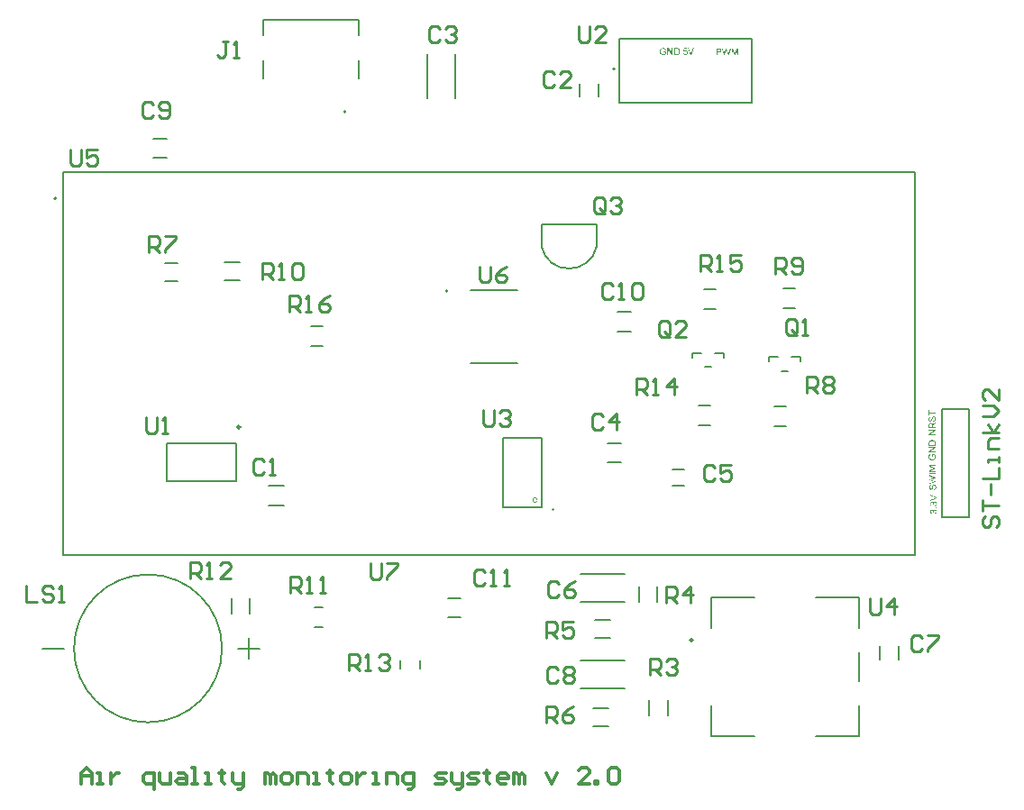
<source format=gto>
G04*
G04 #@! TF.GenerationSoftware,Altium Limited,Altium Designer,25.7.1 (20)*
G04*
G04 Layer_Color=65535*
%FSLAX44Y44*%
%MOMM*%
G71*
G04*
G04 #@! TF.SameCoordinates,C553E2C7-41F9-40DB-990B-6D54EA4AAFBF*
G04*
G04*
G04 #@! TF.FilePolarity,Positive*
G04*
G01*
G75*
%ADD10C,0.2000*%
%ADD11C,0.2500*%
%ADD12C,0.1270*%
%ADD13C,0.0500*%
%ADD14C,0.3540*%
%ADD15C,0.2540*%
G36*
X704059Y932350D02*
X703245D01*
Y937703D01*
X701378Y932350D01*
X700620D01*
X698771Y937796D01*
Y932350D01*
X697957D01*
Y938748D01*
X699223D01*
X700740Y934208D01*
Y934199D01*
X700749Y934181D01*
X700758Y934153D01*
X700777Y934107D01*
X700814Y933996D01*
X700860Y933857D01*
X700906Y933700D01*
X700962Y933543D01*
X701008Y933395D01*
X701045Y933265D01*
X701054Y933284D01*
X701063Y933330D01*
X701091Y933413D01*
X701128Y933524D01*
X701174Y933672D01*
X701239Y933848D01*
X701304Y934051D01*
X701387Y934292D01*
X702922Y938748D01*
X704059D01*
Y932350D01*
D02*
G37*
G36*
X695433D02*
X694601D01*
X693260Y937222D01*
Y937232D01*
X693251Y937250D01*
X693242Y937278D01*
X693232Y937324D01*
X693205Y937426D01*
X693177Y937546D01*
X693140Y937675D01*
X693103Y937796D01*
X693075Y937897D01*
X693066Y937944D01*
X693057Y937971D01*
Y937962D01*
X693047Y937953D01*
X693038Y937897D01*
X693020Y937814D01*
X692992Y937712D01*
X692964Y937601D01*
X692927Y937472D01*
X692900Y937343D01*
X692863Y937222D01*
X691513Y932350D01*
X690625D01*
X688952Y938748D01*
X689830D01*
X690782Y934550D01*
Y934541D01*
X690792Y934523D01*
X690801Y934486D01*
X690810Y934439D01*
X690819Y934375D01*
X690838Y934310D01*
X690856Y934227D01*
X690875Y934134D01*
X690921Y933940D01*
X690967Y933718D01*
X691013Y933478D01*
X691060Y933238D01*
Y933247D01*
X691069Y933284D01*
X691087Y933330D01*
X691097Y933404D01*
X691115Y933478D01*
X691143Y933570D01*
X691189Y933774D01*
X691245Y933977D01*
X691263Y934079D01*
X691291Y934171D01*
X691309Y934255D01*
X691328Y934329D01*
X691346Y934384D01*
X691356Y934421D01*
X692567Y938748D01*
X693593D01*
X694499Y935503D01*
Y935493D01*
X694518Y935447D01*
X694536Y935383D01*
X694555Y935299D01*
X694582Y935188D01*
X694619Y935068D01*
X694656Y934930D01*
X694693Y934772D01*
X694739Y934597D01*
X694776Y934421D01*
X694860Y934042D01*
X694943Y933644D01*
X695008Y933238D01*
Y933247D01*
X695017Y933265D01*
Y933302D01*
X695035Y933348D01*
X695044Y933404D01*
X695063Y933469D01*
X695072Y933552D01*
X695100Y933644D01*
X695146Y933848D01*
X695202Y934088D01*
X695257Y934347D01*
X695331Y934634D01*
X696330Y938748D01*
X697189D01*
X695433Y932350D01*
D02*
G37*
G36*
X686344Y938739D02*
X686502Y938729D01*
X686668Y938720D01*
X686825Y938702D01*
X686964Y938683D01*
X686982D01*
X687047Y938665D01*
X687130Y938646D01*
X687241Y938618D01*
X687361Y938572D01*
X687491Y938517D01*
X687630Y938452D01*
X687750Y938378D01*
X687768Y938369D01*
X687805Y938341D01*
X687861Y938286D01*
X687935Y938221D01*
X688018Y938138D01*
X688101Y938027D01*
X688194Y937907D01*
X688268Y937768D01*
X688277Y937749D01*
X688295Y937703D01*
X688332Y937620D01*
X688369Y937509D01*
X688397Y937380D01*
X688434Y937232D01*
X688452Y937065D01*
X688462Y936890D01*
Y936880D01*
Y936853D01*
Y936816D01*
X688452Y936751D01*
X688443Y936686D01*
X688434Y936603D01*
X688415Y936510D01*
X688397Y936409D01*
X688332Y936196D01*
X688295Y936085D01*
X688240Y935965D01*
X688175Y935845D01*
X688110Y935734D01*
X688027Y935623D01*
X687935Y935512D01*
X687925Y935503D01*
X687907Y935484D01*
X687879Y935456D01*
X687833Y935429D01*
X687777Y935383D01*
X687703Y935336D01*
X687611Y935281D01*
X687509Y935235D01*
X687389Y935179D01*
X687251Y935124D01*
X687103Y935078D01*
X686927Y935041D01*
X686742Y935004D01*
X686539Y934976D01*
X686307Y934957D01*
X686067Y934948D01*
X684431D01*
Y932350D01*
X683580D01*
Y938748D01*
X686206D01*
X686344Y938739D01*
D02*
G37*
G36*
X634035Y939091D02*
X634109D01*
X634284Y939072D01*
X634478Y939044D01*
X634682Y938998D01*
X634904Y938943D01*
X635116Y938869D01*
X635126D01*
X635144Y938859D01*
X635172Y938850D01*
X635209Y938832D01*
X635311Y938776D01*
X635440Y938711D01*
X635579Y938619D01*
X635727Y938508D01*
X635865Y938388D01*
X635995Y938240D01*
X636013Y938222D01*
X636050Y938166D01*
X636106Y938083D01*
X636180Y937963D01*
X636254Y937815D01*
X636337Y937630D01*
X636420Y937426D01*
X636485Y937195D01*
X635717Y936992D01*
Y937001D01*
X635708Y937010D01*
X635699Y937038D01*
X635690Y937075D01*
X635662Y937158D01*
X635625Y937269D01*
X635569Y937399D01*
X635505Y937519D01*
X635440Y937648D01*
X635357Y937759D01*
X635348Y937768D01*
X635320Y937805D01*
X635264Y937852D01*
X635200Y937916D01*
X635116Y937990D01*
X635005Y938064D01*
X634885Y938138D01*
X634747Y938203D01*
X634728Y938212D01*
X634682Y938231D01*
X634599Y938259D01*
X634488Y938296D01*
X634358Y938323D01*
X634210Y938351D01*
X634044Y938369D01*
X633868Y938379D01*
X633767D01*
X633720Y938369D01*
X633665D01*
X633526Y938360D01*
X633369Y938333D01*
X633193Y938305D01*
X633027Y938259D01*
X632860Y938194D01*
X632842Y938185D01*
X632786Y938166D01*
X632713Y938120D01*
X632620Y938074D01*
X632509Y938000D01*
X632389Y937926D01*
X632278Y937833D01*
X632176Y937731D01*
X632167Y937722D01*
X632130Y937685D01*
X632084Y937621D01*
X632028Y937547D01*
X631964Y937454D01*
X631899Y937343D01*
X631834Y937223D01*
X631769Y937094D01*
Y937084D01*
X631760Y937066D01*
X631751Y937038D01*
X631732Y936992D01*
X631714Y936936D01*
X631696Y936872D01*
X631668Y936798D01*
X631649Y936714D01*
X631603Y936520D01*
X631566Y936298D01*
X631538Y936067D01*
X631529Y935808D01*
Y935799D01*
Y935771D01*
Y935725D01*
X631538Y935670D01*
Y935596D01*
X631548Y935503D01*
X631557Y935411D01*
X631566Y935309D01*
X631603Y935078D01*
X631649Y934838D01*
X631723Y934597D01*
X631816Y934366D01*
Y934357D01*
X631834Y934338D01*
X631843Y934311D01*
X631871Y934274D01*
X631936Y934172D01*
X632038Y934043D01*
X632158Y933904D01*
X632306Y933765D01*
X632481Y933636D01*
X632676Y933515D01*
X632685D01*
X632703Y933506D01*
X632731Y933488D01*
X632777Y933469D01*
X632823Y933451D01*
X632888Y933432D01*
X633036Y933377D01*
X633221Y933331D01*
X633424Y933284D01*
X633646Y933247D01*
X633877Y933238D01*
X633970D01*
X634025Y933247D01*
X634081D01*
X634220Y933266D01*
X634386Y933284D01*
X634562Y933321D01*
X634756Y933377D01*
X634950Y933441D01*
X634959D01*
X634978Y933451D01*
X634996Y933460D01*
X635033Y933478D01*
X635135Y933525D01*
X635246Y933580D01*
X635375Y933645D01*
X635514Y933719D01*
X635643Y933802D01*
X635754Y933895D01*
Y935097D01*
X633868D01*
Y935855D01*
X636586D01*
Y933478D01*
X636577Y933469D01*
X636559Y933460D01*
X636522Y933432D01*
X636475Y933395D01*
X636420Y933358D01*
X636355Y933312D01*
X636272Y933257D01*
X636189Y933201D01*
X635995Y933081D01*
X635773Y932952D01*
X635542Y932831D01*
X635292Y932730D01*
X635283D01*
X635264Y932720D01*
X635227Y932711D01*
X635181Y932693D01*
X635116Y932674D01*
X635042Y932646D01*
X634959Y932628D01*
X634876Y932609D01*
X634673Y932563D01*
X634441Y932517D01*
X634192Y932489D01*
X633933Y932480D01*
X633840D01*
X633776Y932489D01*
X633693D01*
X633591Y932498D01*
X633480Y932517D01*
X633360Y932526D01*
X633092Y932582D01*
X632805Y932646D01*
X632509Y932748D01*
X632361Y932804D01*
X632213Y932878D01*
X632204Y932887D01*
X632176Y932896D01*
X632139Y932924D01*
X632084Y932952D01*
X632019Y932998D01*
X631954Y933044D01*
X631779Y933173D01*
X631594Y933340D01*
X631400Y933543D01*
X631215Y933774D01*
X631048Y934043D01*
Y934052D01*
X631030Y934080D01*
X631011Y934117D01*
X630984Y934181D01*
X630956Y934246D01*
X630928Y934338D01*
X630891Y934431D01*
X630854Y934542D01*
X630817Y934662D01*
X630780Y934801D01*
X630752Y934939D01*
X630725Y935087D01*
X630678Y935411D01*
X630660Y935753D01*
Y935762D01*
Y935799D01*
Y935845D01*
X630669Y935910D01*
Y935993D01*
X630678Y936095D01*
X630697Y936197D01*
X630706Y936317D01*
X630734Y936446D01*
X630752Y936585D01*
X630826Y936881D01*
X630919Y937186D01*
X631048Y937491D01*
X631058Y937500D01*
X631067Y937528D01*
X631085Y937565D01*
X631122Y937621D01*
X631159Y937694D01*
X631205Y937768D01*
X631335Y937944D01*
X631492Y938148D01*
X631686Y938342D01*
X631908Y938536D01*
X632038Y938619D01*
X632167Y938702D01*
X632176Y938711D01*
X632204Y938721D01*
X632241Y938739D01*
X632296Y938767D01*
X632370Y938795D01*
X632454Y938832D01*
X632546Y938869D01*
X632657Y938906D01*
X632777Y938943D01*
X632907Y938970D01*
X633045Y939007D01*
X633193Y939035D01*
X633517Y939081D01*
X633683Y939100D01*
X633979D01*
X634035Y939091D01*
D02*
G37*
G36*
X642864Y932591D02*
X641986D01*
X638639Y937611D01*
Y932591D01*
X637825D01*
Y938989D01*
X638694D01*
X642051Y933959D01*
Y938989D01*
X642864D01*
Y932591D01*
D02*
G37*
G36*
X646914Y938980D02*
X647099Y938970D01*
X647284Y938952D01*
X647468Y938924D01*
X647626Y938896D01*
X647635D01*
X647653Y938887D01*
X647681D01*
X647718Y938869D01*
X647820Y938841D01*
X647949Y938795D01*
X648097Y938730D01*
X648254Y938647D01*
X648412Y938554D01*
X648559Y938434D01*
X648569Y938425D01*
X648578Y938416D01*
X648606Y938388D01*
X648643Y938360D01*
X648735Y938268D01*
X648846Y938138D01*
X648966Y937981D01*
X649096Y937796D01*
X649216Y937584D01*
X649318Y937343D01*
Y937334D01*
X649327Y937315D01*
X649345Y937279D01*
X649355Y937223D01*
X649382Y937158D01*
X649401Y937084D01*
X649419Y937001D01*
X649447Y936899D01*
X649475Y936798D01*
X649493Y936677D01*
X649539Y936419D01*
X649567Y936132D01*
X649576Y935818D01*
Y935808D01*
Y935790D01*
Y935744D01*
Y935697D01*
X649567Y935633D01*
Y935559D01*
X649558Y935383D01*
X649530Y935180D01*
X649502Y934967D01*
X649456Y934745D01*
X649401Y934523D01*
Y934514D01*
X649392Y934495D01*
X649382Y934468D01*
X649373Y934431D01*
X649336Y934329D01*
X649281Y934200D01*
X649225Y934052D01*
X649151Y933904D01*
X649059Y933747D01*
X648966Y933599D01*
X648957Y933580D01*
X648920Y933534D01*
X648865Y933469D01*
X648791Y933386D01*
X648707Y933294D01*
X648606Y933201D01*
X648504Y933100D01*
X648384Y933016D01*
X648365Y933007D01*
X648328Y932979D01*
X648264Y932942D01*
X648171Y932896D01*
X648060Y932841D01*
X647931Y932794D01*
X647783Y932739D01*
X647616Y932693D01*
X647598D01*
X647570Y932683D01*
X647542Y932674D01*
X647450Y932665D01*
X647321Y932646D01*
X647173Y932628D01*
X646997Y932609D01*
X646803Y932600D01*
X646590Y932591D01*
X644288D01*
Y938989D01*
X646747D01*
X646914Y938980D01*
D02*
G37*
G36*
X660458Y932691D02*
X659580D01*
X657102Y939089D01*
X658027D01*
X659691Y934438D01*
Y934429D01*
X659700Y934411D01*
X659709Y934383D01*
X659728Y934346D01*
X659737Y934290D01*
X659755Y934235D01*
X659802Y934096D01*
X659857Y933939D01*
X659913Y933763D01*
X660024Y933394D01*
Y933403D01*
X660033Y933421D01*
X660042Y933449D01*
X660051Y933486D01*
X660079Y933588D01*
X660125Y933727D01*
X660172Y933884D01*
X660227Y934059D01*
X660292Y934244D01*
X660366Y934438D01*
X662104Y939089D01*
X662964D01*
X660458Y932691D01*
D02*
G37*
G36*
X656409Y938257D02*
X653848D01*
X653505Y936528D01*
X653515Y936537D01*
X653533Y936546D01*
X653561Y936565D01*
X653607Y936593D01*
X653663Y936620D01*
X653727Y936657D01*
X653875Y936731D01*
X654060Y936805D01*
X654264Y936870D01*
X654485Y936916D01*
X654596Y936935D01*
X654800D01*
X654855Y936925D01*
X654929Y936916D01*
X655013Y936907D01*
X655105Y936888D01*
X655207Y936861D01*
X655429Y936796D01*
X655549Y936750D01*
X655669Y936685D01*
X655789Y936620D01*
X655909Y936546D01*
X656020Y936454D01*
X656131Y936352D01*
X656141Y936343D01*
X656159Y936324D01*
X656187Y936297D01*
X656224Y936251D01*
X656270Y936186D01*
X656316Y936121D01*
X656372Y936038D01*
X656427Y935945D01*
X656473Y935844D01*
X656529Y935733D01*
X656575Y935603D01*
X656621Y935474D01*
X656658Y935335D01*
X656686Y935178D01*
X656704Y935021D01*
X656714Y934854D01*
Y934845D01*
Y934817D01*
Y934771D01*
X656704Y934706D01*
X656695Y934632D01*
X656686Y934549D01*
X656667Y934448D01*
X656649Y934346D01*
X656593Y934106D01*
X656501Y933856D01*
X656446Y933727D01*
X656372Y933606D01*
X656298Y933477D01*
X656205Y933357D01*
X656196Y933347D01*
X656178Y933320D01*
X656141Y933283D01*
X656094Y933236D01*
X656030Y933181D01*
X655956Y933107D01*
X655863Y933042D01*
X655761Y932968D01*
X655650Y932894D01*
X655521Y932830D01*
X655382Y932765D01*
X655234Y932700D01*
X655077Y932654D01*
X654902Y932617D01*
X654717Y932589D01*
X654522Y932580D01*
X654439D01*
X654375Y932589D01*
X654301Y932598D01*
X654217Y932608D01*
X654116Y932617D01*
X654014Y932645D01*
X653783Y932700D01*
X653552Y932783D01*
X653431Y932839D01*
X653311Y932904D01*
X653200Y932978D01*
X653089Y933061D01*
X653080Y933070D01*
X653062Y933079D01*
X653043Y933116D01*
X653006Y933153D01*
X652960Y933199D01*
X652914Y933255D01*
X652858Y933329D01*
X652812Y933412D01*
X652757Y933495D01*
X652701Y933597D01*
X652599Y933819D01*
X652516Y934078D01*
X652488Y934217D01*
X652470Y934364D01*
X653293Y934429D01*
Y934420D01*
Y934401D01*
X653302Y934374D01*
X653311Y934327D01*
X653339Y934226D01*
X653376Y934087D01*
X653431Y933948D01*
X653505Y933791D01*
X653598Y933652D01*
X653709Y933523D01*
X653727Y933514D01*
X653764Y933477D01*
X653838Y933431D01*
X653940Y933375D01*
X654051Y933320D01*
X654190Y933273D01*
X654347Y933236D01*
X654522Y933227D01*
X654578D01*
X654615Y933236D01*
X654726Y933246D01*
X654855Y933283D01*
X655013Y933329D01*
X655170Y933403D01*
X655336Y933514D01*
X655410Y933578D01*
X655484Y933652D01*
X655493Y933662D01*
X655502Y933671D01*
X655521Y933699D01*
X655549Y933727D01*
X655613Y933828D01*
X655687Y933958D01*
X655752Y934115D01*
X655817Y934309D01*
X655863Y934540D01*
X655882Y934660D01*
Y934790D01*
Y934799D01*
Y934817D01*
Y934854D01*
X655872Y934901D01*
Y934956D01*
X655863Y935021D01*
X655835Y935169D01*
X655789Y935344D01*
X655724Y935520D01*
X655632Y935686D01*
X655502Y935844D01*
Y935853D01*
X655484Y935862D01*
X655438Y935908D01*
X655355Y935973D01*
X655244Y936047D01*
X655096Y936112D01*
X654929Y936177D01*
X654735Y936223D01*
X654624Y936241D01*
X654449D01*
X654375Y936232D01*
X654282Y936223D01*
X654171Y936195D01*
X654060Y936167D01*
X653940Y936121D01*
X653820Y936066D01*
X653811Y936056D01*
X653774Y936038D01*
X653718Y935992D01*
X653644Y935945D01*
X653570Y935881D01*
X653496Y935798D01*
X653413Y935714D01*
X653348Y935613D01*
X652609Y935714D01*
X653228Y939006D01*
X656409D01*
Y938257D01*
D02*
G37*
G36*
X883977Y596629D02*
X889617D01*
Y595779D01*
X883977D01*
Y593671D01*
X883219D01*
Y598737D01*
X883977D01*
Y596629D01*
D02*
G37*
G36*
X888008Y592968D02*
X888138Y592949D01*
X888286Y592912D01*
X888443Y592866D01*
X888609Y592792D01*
X888785Y592690D01*
X888794D01*
X888803Y592681D01*
X888859Y592635D01*
X888942Y592570D01*
X889035Y592478D01*
X889146Y592358D01*
X889266Y592210D01*
X889377Y592043D01*
X889478Y591849D01*
Y591840D01*
X889488Y591821D01*
X889497Y591794D01*
X889515Y591757D01*
X889534Y591701D01*
X889561Y591636D01*
X889598Y591488D01*
X889645Y591313D01*
X889691Y591100D01*
X889719Y590869D01*
X889728Y590619D01*
Y590471D01*
X889719Y590397D01*
Y590314D01*
X889709Y590222D01*
X889700Y590111D01*
X889663Y589880D01*
X889626Y589639D01*
X889561Y589399D01*
X889478Y589168D01*
Y589159D01*
X889469Y589140D01*
X889451Y589112D01*
X889432Y589075D01*
X889377Y588965D01*
X889293Y588835D01*
X889182Y588687D01*
X889053Y588530D01*
X888896Y588382D01*
X888720Y588243D01*
X888711D01*
X888692Y588225D01*
X888665Y588216D01*
X888628Y588188D01*
X888581Y588169D01*
X888526Y588142D01*
X888387Y588077D01*
X888212Y588012D01*
X888018Y587957D01*
X887796Y587920D01*
X887564Y587901D01*
X887490Y588696D01*
X887500D01*
X887509D01*
X887537Y588706D01*
X887574D01*
X887657Y588724D01*
X887777Y588752D01*
X887897Y588789D01*
X888036Y588826D01*
X888165Y588890D01*
X888286Y588955D01*
X888295Y588965D01*
X888332Y588992D01*
X888397Y589038D01*
X888461Y589112D01*
X888544Y589205D01*
X888628Y589306D01*
X888711Y589445D01*
X888785Y589593D01*
Y589602D01*
X888794Y589612D01*
X888803Y589639D01*
X888813Y589667D01*
X888840Y589760D01*
X888877Y589880D01*
X888914Y590028D01*
X888942Y590194D01*
X888961Y590379D01*
X888970Y590582D01*
Y590666D01*
X888961Y590758D01*
X888951Y590869D01*
X888933Y590998D01*
X888914Y591146D01*
X888877Y591294D01*
X888831Y591433D01*
X888822Y591451D01*
X888803Y591498D01*
X888766Y591562D01*
X888729Y591646D01*
X888665Y591729D01*
X888600Y591821D01*
X888526Y591914D01*
X888434Y591988D01*
X888424Y591997D01*
X888387Y592015D01*
X888341Y592043D01*
X888267Y592080D01*
X888193Y592117D01*
X888101Y592145D01*
X887999Y592163D01*
X887888Y592173D01*
X887879D01*
X887833D01*
X887777Y592163D01*
X887703Y592154D01*
X887629Y592127D01*
X887537Y592099D01*
X887444Y592052D01*
X887361Y591988D01*
X887352Y591978D01*
X887324Y591951D01*
X887287Y591914D01*
X887232Y591849D01*
X887176Y591775D01*
X887111Y591673D01*
X887047Y591553D01*
X886991Y591414D01*
X886982Y591405D01*
X886973Y591359D01*
X886945Y591285D01*
X886936Y591239D01*
X886917Y591174D01*
X886889Y591109D01*
X886871Y591026D01*
X886843Y590934D01*
X886816Y590823D01*
X886788Y590712D01*
X886751Y590582D01*
X886714Y590434D01*
X886677Y590277D01*
Y590268D01*
X886668Y590240D01*
X886658Y590194D01*
X886640Y590139D01*
X886621Y590065D01*
X886603Y589981D01*
X886547Y589797D01*
X886483Y589593D01*
X886418Y589380D01*
X886353Y589196D01*
X886316Y589112D01*
X886279Y589038D01*
Y589029D01*
X886270Y589020D01*
X886233Y588965D01*
X886187Y588881D01*
X886113Y588789D01*
X886030Y588678D01*
X885928Y588567D01*
X885808Y588456D01*
X885678Y588363D01*
X885660Y588354D01*
X885614Y588326D01*
X885540Y588289D01*
X885447Y588252D01*
X885327Y588216D01*
X885188Y588179D01*
X885040Y588151D01*
X884883Y588142D01*
X884874D01*
X884865D01*
X884837D01*
X884800D01*
X884708Y588160D01*
X884587Y588179D01*
X884449Y588206D01*
X884292Y588252D01*
X884134Y588317D01*
X883977Y588410D01*
X883968D01*
X883959Y588419D01*
X883903Y588465D01*
X883829Y588530D01*
X883737Y588613D01*
X883635Y588724D01*
X883524Y588863D01*
X883422Y589029D01*
X883330Y589214D01*
Y589223D01*
X883321Y589242D01*
X883311Y589270D01*
X883293Y589306D01*
X883275Y589353D01*
X883256Y589417D01*
X883219Y589556D01*
X883182Y589732D01*
X883145Y589935D01*
X883117Y590148D01*
X883108Y590388D01*
Y590508D01*
X883117Y590573D01*
Y590638D01*
X883136Y590814D01*
X883164Y591008D01*
X883210Y591211D01*
X883265Y591433D01*
X883339Y591636D01*
Y591646D01*
X883348Y591664D01*
X883367Y591692D01*
X883385Y591729D01*
X883432Y591821D01*
X883515Y591941D01*
X883607Y592080D01*
X883727Y592219D01*
X883866Y592348D01*
X884023Y592468D01*
X884033D01*
X884042Y592478D01*
X884070Y592496D01*
X884097Y592515D01*
X884190Y592561D01*
X884310Y592617D01*
X884458Y592681D01*
X884634Y592727D01*
X884818Y592774D01*
X885022Y592792D01*
X885087Y591978D01*
X885077D01*
X885059D01*
X885031Y591969D01*
X884985Y591960D01*
X884883Y591932D01*
X884745Y591895D01*
X884597Y591840D01*
X884449Y591757D01*
X884310Y591655D01*
X884181Y591525D01*
X884171Y591507D01*
X884134Y591461D01*
X884079Y591368D01*
X884023Y591248D01*
X883968Y591091D01*
X883913Y590906D01*
X883876Y590675D01*
X883866Y590416D01*
Y590287D01*
X883876Y590231D01*
X883885Y590157D01*
X883903Y589991D01*
X883940Y589806D01*
X883986Y589621D01*
X884060Y589445D01*
X884107Y589371D01*
X884153Y589297D01*
X884162Y589279D01*
X884199Y589242D01*
X884264Y589186D01*
X884338Y589131D01*
X884439Y589066D01*
X884550Y589011D01*
X884680Y588974D01*
X884828Y588955D01*
X884846D01*
X884883D01*
X884948Y588965D01*
X885022Y588983D01*
X885114Y589011D01*
X885207Y589057D01*
X885299Y589112D01*
X885392Y589196D01*
X885401Y589205D01*
X885429Y589251D01*
X885456Y589288D01*
X885475Y589325D01*
X885503Y589380D01*
X885540Y589445D01*
X885567Y589528D01*
X885604Y589621D01*
X885641Y589723D01*
X885688Y589843D01*
X885725Y589972D01*
X885771Y590120D01*
X885808Y590287D01*
X885854Y590471D01*
Y590481D01*
X885863Y590518D01*
X885872Y590573D01*
X885891Y590638D01*
X885910Y590721D01*
X885937Y590823D01*
X885965Y590924D01*
X885993Y591035D01*
X886057Y591276D01*
X886122Y591507D01*
X886159Y591618D01*
X886196Y591720D01*
X886224Y591812D01*
X886261Y591886D01*
Y591895D01*
X886270Y591914D01*
X886289Y591941D01*
X886307Y591978D01*
X886363Y592080D01*
X886436Y592200D01*
X886538Y592339D01*
X886649Y592478D01*
X886779Y592607D01*
X886917Y592718D01*
X886936Y592727D01*
X886982Y592764D01*
X887065Y592801D01*
X887176Y592857D01*
X887306Y592903D01*
X887463Y592949D01*
X887638Y592977D01*
X887823Y592986D01*
X887833D01*
X887842D01*
X887870D01*
X887907D01*
X888008Y592968D01*
D02*
G37*
G36*
X889617Y586311D02*
X888286Y585470D01*
X888276D01*
X888258Y585451D01*
X888230Y585433D01*
X888193Y585405D01*
X888092Y585340D01*
X887962Y585257D01*
X887823Y585155D01*
X887675Y585054D01*
X887537Y584952D01*
X887407Y584859D01*
X887398Y584850D01*
X887361Y584822D01*
X887306Y584776D01*
X887241Y584711D01*
X887102Y584573D01*
X887038Y584499D01*
X886982Y584425D01*
X886973Y584416D01*
X886964Y584397D01*
X886945Y584360D01*
X886917Y584305D01*
X886889Y584249D01*
X886862Y584184D01*
X886816Y584037D01*
Y584027D01*
X886806Y584009D01*
Y583972D01*
X886797Y583926D01*
X886788Y583861D01*
Y583787D01*
X886779Y583685D01*
Y582594D01*
X889617D01*
Y581744D01*
X883219D01*
Y584711D01*
X883228Y584785D01*
Y584869D01*
X883238Y585063D01*
X883265Y585266D01*
X883293Y585488D01*
X883339Y585691D01*
X883367Y585793D01*
X883395Y585876D01*
Y585886D01*
X883404Y585895D01*
X883432Y585950D01*
X883469Y586034D01*
X883533Y586135D01*
X883617Y586246D01*
X883727Y586366D01*
X883857Y586477D01*
X884005Y586588D01*
X884014D01*
X884023Y586598D01*
X884079Y586635D01*
X884171Y586671D01*
X884292Y586727D01*
X884430Y586773D01*
X884597Y586819D01*
X884772Y586847D01*
X884967Y586856D01*
X884976D01*
X884994D01*
X885031D01*
X885077Y586847D01*
X885142D01*
X885207Y586838D01*
X885364Y586801D01*
X885549Y586745D01*
X885743Y586671D01*
X885937Y586561D01*
X886030Y586487D01*
X886122Y586413D01*
X886131Y586403D01*
X886141Y586394D01*
X886168Y586366D01*
X886196Y586329D01*
X886233Y586283D01*
X886270Y586228D01*
X886316Y586154D01*
X886372Y586080D01*
X886418Y585987D01*
X886464Y585886D01*
X886520Y585775D01*
X886566Y585654D01*
X886603Y585516D01*
X886649Y585377D01*
X886677Y585220D01*
X886705Y585054D01*
X886714Y585072D01*
X886732Y585109D01*
X886769Y585164D01*
X886806Y585238D01*
X886908Y585405D01*
X886973Y585488D01*
X887028Y585562D01*
X887047Y585581D01*
X887093Y585627D01*
X887167Y585701D01*
X887259Y585793D01*
X887389Y585895D01*
X887527Y586015D01*
X887694Y586135D01*
X887879Y586265D01*
X889617Y587365D01*
Y586311D01*
D02*
G37*
G36*
Y579432D02*
X884597Y576085D01*
X889617D01*
Y575272D01*
X883219D01*
Y576141D01*
X888249Y579497D01*
X883219D01*
Y580311D01*
X889617D01*
Y579432D01*
D02*
G37*
G36*
X886577Y570647D02*
X886651D01*
X886827Y570638D01*
X887030Y570610D01*
X887243Y570583D01*
X887465Y570536D01*
X887687Y570481D01*
X887696D01*
X887714Y570472D01*
X887742Y570462D01*
X887779Y570453D01*
X887881Y570416D01*
X888010Y570361D01*
X888158Y570305D01*
X888306Y570231D01*
X888463Y570139D01*
X888611Y570046D01*
X888630Y570037D01*
X888676Y570000D01*
X888741Y569945D01*
X888824Y569871D01*
X888916Y569787D01*
X889009Y569686D01*
X889110Y569584D01*
X889194Y569464D01*
X889203Y569445D01*
X889231Y569408D01*
X889268Y569344D01*
X889314Y569251D01*
X889369Y569140D01*
X889416Y569011D01*
X889471Y568863D01*
X889517Y568696D01*
Y568678D01*
X889527Y568650D01*
X889536Y568623D01*
X889545Y568530D01*
X889564Y568401D01*
X889582Y568253D01*
X889601Y568077D01*
X889610Y567883D01*
X889619Y567670D01*
Y565368D01*
X883221D01*
Y567827D01*
X883230Y567994D01*
X883240Y568179D01*
X883258Y568364D01*
X883286Y568549D01*
X883314Y568706D01*
Y568715D01*
X883323Y568733D01*
Y568761D01*
X883341Y568798D01*
X883369Y568900D01*
X883415Y569029D01*
X883480Y569177D01*
X883563Y569334D01*
X883656Y569492D01*
X883776Y569640D01*
X883785Y569649D01*
X883794Y569658D01*
X883822Y569686D01*
X883850Y569723D01*
X883942Y569815D01*
X884072Y569926D01*
X884229Y570046D01*
X884414Y570176D01*
X884626Y570296D01*
X884867Y570398D01*
X884876D01*
X884894Y570407D01*
X884931Y570425D01*
X884987Y570435D01*
X885052Y570462D01*
X885126Y570481D01*
X885209Y570499D01*
X885311Y570527D01*
X885412Y570555D01*
X885533Y570573D01*
X885791Y570620D01*
X886078Y570647D01*
X886392Y570657D01*
X886402D01*
X886420D01*
X886466D01*
X886513D01*
X886577Y570647D01*
D02*
G37*
G36*
X889619Y563066D02*
X884599Y559719D01*
X889619D01*
Y558905D01*
X883221D01*
Y559774D01*
X888251Y563131D01*
X883221D01*
Y563944D01*
X889619D01*
Y563066D01*
D02*
G37*
G36*
X888741Y557657D02*
X888750Y557639D01*
X888778Y557602D01*
X888815Y557556D01*
X888852Y557500D01*
X888898Y557435D01*
X888953Y557352D01*
X889009Y557269D01*
X889129Y557075D01*
X889258Y556853D01*
X889379Y556622D01*
X889480Y556372D01*
Y556363D01*
X889490Y556344D01*
X889499Y556307D01*
X889517Y556261D01*
X889536Y556196D01*
X889564Y556122D01*
X889582Y556039D01*
X889601Y555956D01*
X889647Y555753D01*
X889693Y555521D01*
X889721Y555272D01*
X889730Y555013D01*
Y554921D01*
X889721Y554856D01*
Y554773D01*
X889712Y554671D01*
X889693Y554560D01*
X889684Y554440D01*
X889628Y554172D01*
X889564Y553885D01*
X889462Y553589D01*
X889406Y553441D01*
X889332Y553293D01*
X889323Y553284D01*
X889314Y553256D01*
X889286Y553219D01*
X889258Y553164D01*
X889212Y553099D01*
X889166Y553034D01*
X889037Y552859D01*
X888870Y552674D01*
X888667Y552480D01*
X888436Y552295D01*
X888167Y552128D01*
X888158D01*
X888130Y552110D01*
X888093Y552091D01*
X888029Y552064D01*
X887964Y552036D01*
X887872Y552008D01*
X887779Y551971D01*
X887668Y551934D01*
X887548Y551897D01*
X887409Y551860D01*
X887271Y551832D01*
X887123Y551805D01*
X886799Y551758D01*
X886457Y551740D01*
X886448D01*
X886411D01*
X886365D01*
X886300Y551749D01*
X886217D01*
X886115Y551758D01*
X886013Y551777D01*
X885893Y551786D01*
X885764Y551814D01*
X885625Y551832D01*
X885329Y551906D01*
X885024Y551999D01*
X884719Y552128D01*
X884710Y552138D01*
X884682Y552147D01*
X884645Y552165D01*
X884589Y552202D01*
X884516Y552239D01*
X884442Y552285D01*
X884266Y552415D01*
X884062Y552572D01*
X883868Y552766D01*
X883674Y552988D01*
X883591Y553118D01*
X883508Y553247D01*
X883498Y553256D01*
X883489Y553284D01*
X883471Y553321D01*
X883443Y553377D01*
X883415Y553450D01*
X883378Y553534D01*
X883341Y553626D01*
X883304Y553737D01*
X883267Y553857D01*
X883240Y553987D01*
X883203Y554125D01*
X883175Y554273D01*
X883129Y554597D01*
X883110Y554763D01*
Y555059D01*
X883119Y555115D01*
Y555189D01*
X883138Y555364D01*
X883166Y555558D01*
X883212Y555762D01*
X883267Y555984D01*
X883341Y556196D01*
Y556206D01*
X883351Y556224D01*
X883360Y556252D01*
X883378Y556289D01*
X883434Y556390D01*
X883498Y556520D01*
X883591Y556659D01*
X883702Y556807D01*
X883822Y556945D01*
X883970Y557075D01*
X883988Y557093D01*
X884044Y557130D01*
X884127Y557186D01*
X884247Y557260D01*
X884395Y557334D01*
X884580Y557417D01*
X884784Y557500D01*
X885015Y557565D01*
X885218Y556797D01*
X885209D01*
X885200Y556788D01*
X885172Y556779D01*
X885135Y556770D01*
X885052Y556742D01*
X884941Y556705D01*
X884811Y556649D01*
X884691Y556585D01*
X884562Y556520D01*
X884451Y556437D01*
X884442Y556427D01*
X884405Y556400D01*
X884358Y556344D01*
X884294Y556280D01*
X884220Y556196D01*
X884146Y556085D01*
X884072Y555965D01*
X884007Y555826D01*
X883998Y555808D01*
X883979Y555762D01*
X883951Y555679D01*
X883914Y555568D01*
X883887Y555438D01*
X883859Y555290D01*
X883840Y555124D01*
X883831Y554948D01*
Y554846D01*
X883840Y554800D01*
Y554745D01*
X883850Y554606D01*
X883877Y554449D01*
X883905Y554273D01*
X883951Y554107D01*
X884016Y553940D01*
X884025Y553922D01*
X884044Y553867D01*
X884090Y553792D01*
X884136Y553700D01*
X884210Y553589D01*
X884284Y553469D01*
X884377Y553358D01*
X884479Y553256D01*
X884488Y553247D01*
X884525Y553210D01*
X884589Y553164D01*
X884663Y553108D01*
X884756Y553044D01*
X884867Y552979D01*
X884987Y552914D01*
X885116Y552850D01*
X885126D01*
X885144Y552840D01*
X885172Y552831D01*
X885218Y552812D01*
X885274Y552794D01*
X885338Y552775D01*
X885412Y552748D01*
X885496Y552729D01*
X885690Y552683D01*
X885911Y552646D01*
X886143Y552618D01*
X886402Y552609D01*
X886411D01*
X886439D01*
X886485D01*
X886540Y552618D01*
X886614D01*
X886707Y552628D01*
X886799Y552637D01*
X886901Y552646D01*
X887132Y552683D01*
X887372Y552729D01*
X887613Y552803D01*
X887844Y552896D01*
X887853D01*
X887872Y552914D01*
X887899Y552923D01*
X887936Y552951D01*
X888038Y553016D01*
X888167Y553118D01*
X888306Y553238D01*
X888445Y553386D01*
X888574Y553561D01*
X888695Y553755D01*
Y553765D01*
X888704Y553783D01*
X888722Y553811D01*
X888741Y553857D01*
X888759Y553904D01*
X888778Y553968D01*
X888833Y554116D01*
X888879Y554301D01*
X888926Y554504D01*
X888963Y554726D01*
X888972Y554958D01*
Y555050D01*
X888963Y555105D01*
Y555161D01*
X888944Y555299D01*
X888926Y555466D01*
X888889Y555642D01*
X888833Y555836D01*
X888768Y556030D01*
Y556039D01*
X888759Y556058D01*
X888750Y556076D01*
X888731Y556113D01*
X888685Y556215D01*
X888630Y556326D01*
X888565Y556455D01*
X888491Y556594D01*
X888408Y556723D01*
X888315Y556834D01*
X887113D01*
Y554948D01*
X886355D01*
Y557666D01*
X888731D01*
X888741Y557657D01*
D02*
G37*
G36*
X890789Y516710D02*
Y515832D01*
X884391Y513354D01*
Y514278D01*
X889042Y515943D01*
X889051D01*
X889069Y515952D01*
X889097Y515961D01*
X889134Y515980D01*
X889190Y515989D01*
X889245Y516007D01*
X889384Y516054D01*
X889541Y516109D01*
X889716Y516165D01*
X890086Y516276D01*
X890077D01*
X890059Y516285D01*
X890031Y516294D01*
X889994Y516303D01*
X889892Y516331D01*
X889753Y516377D01*
X889596Y516423D01*
X889421Y516479D01*
X889236Y516544D01*
X889042Y516618D01*
X884391Y518356D01*
Y519216D01*
X890789Y516710D01*
D02*
G37*
G36*
X889042Y512910D02*
X889116Y512901D01*
X889199Y512882D01*
X889291Y512864D01*
X889393Y512845D01*
X889615Y512771D01*
X889735Y512716D01*
X889846Y512661D01*
X889966Y512587D01*
X890086Y512503D01*
X890207Y512411D01*
X890318Y512300D01*
X890327Y512291D01*
X890345Y512272D01*
X890373Y512235D01*
X890410Y512189D01*
X890456Y512134D01*
X890502Y512060D01*
X890558Y511976D01*
X890604Y511875D01*
X890660Y511773D01*
X890715Y511653D01*
X890761Y511533D01*
X890807Y511394D01*
X890844Y511246D01*
X890872Y511089D01*
X890891Y510932D01*
X890900Y510756D01*
Y510673D01*
X890891Y510617D01*
X890882Y510543D01*
X890872Y510460D01*
X890854Y510368D01*
X890835Y510266D01*
X890780Y510044D01*
X890687Y509813D01*
X890632Y509693D01*
X890567Y509582D01*
X890484Y509471D01*
X890401Y509360D01*
X890391Y509351D01*
X890373Y509332D01*
X890345Y509304D01*
X890308Y509277D01*
X890262Y509230D01*
X890197Y509184D01*
X890133Y509129D01*
X890049Y509073D01*
X889957Y509018D01*
X889864Y508962D01*
X889642Y508861D01*
X889384Y508777D01*
X889245Y508750D01*
X889097Y508731D01*
X888995Y509517D01*
X889005D01*
X889023Y509526D01*
X889060Y509536D01*
X889106Y509545D01*
X889162Y509554D01*
X889227Y509572D01*
X889365Y509619D01*
X889532Y509683D01*
X889689Y509767D01*
X889837Y509859D01*
X889966Y509970D01*
X889975Y509989D01*
X890012Y510026D01*
X890059Y510099D01*
X890105Y510192D01*
X890160Y510303D01*
X890207Y510442D01*
X890244Y510599D01*
X890253Y510765D01*
Y510821D01*
X890244Y510858D01*
X890234Y510959D01*
X890207Y511089D01*
X890160Y511237D01*
X890096Y511394D01*
X890003Y511551D01*
X889874Y511699D01*
X889855Y511717D01*
X889800Y511764D01*
X889716Y511819D01*
X889606Y511893D01*
X889467Y511967D01*
X889310Y512023D01*
X889125Y512069D01*
X888921Y512087D01*
X888912D01*
X888894D01*
X888866D01*
X888829Y512078D01*
X888727Y512069D01*
X888607Y512041D01*
X888459Y512004D01*
X888311Y511939D01*
X888163Y511847D01*
X888025Y511727D01*
X888006Y511708D01*
X887969Y511662D01*
X887914Y511588D01*
X887849Y511486D01*
X887784Y511357D01*
X887729Y511200D01*
X887692Y511024D01*
X887673Y510830D01*
Y510747D01*
X887682Y510682D01*
X887692Y510599D01*
X887710Y510506D01*
X887729Y510395D01*
X887756Y510275D01*
X887063Y510368D01*
Y510414D01*
X887072Y510451D01*
Y510571D01*
X887054Y510673D01*
X887035Y510793D01*
X887008Y510932D01*
X886961Y511089D01*
X886897Y511237D01*
X886813Y511394D01*
Y511403D01*
X886804Y511412D01*
X886767Y511459D01*
X886702Y511523D01*
X886619Y511597D01*
X886499Y511671D01*
X886360Y511736D01*
X886203Y511782D01*
X886111Y511801D01*
X886009D01*
X886000D01*
X885991D01*
X885935D01*
X885861Y511782D01*
X885759Y511764D01*
X885648Y511727D01*
X885528Y511680D01*
X885408Y511607D01*
X885297Y511505D01*
X885288Y511496D01*
X885251Y511449D01*
X885205Y511385D01*
X885149Y511301D01*
X885103Y511190D01*
X885057Y511061D01*
X885020Y510913D01*
X885011Y510747D01*
Y510673D01*
X885029Y510590D01*
X885048Y510479D01*
X885085Y510358D01*
X885131Y510238D01*
X885205Y510109D01*
X885297Y509989D01*
X885306Y509979D01*
X885353Y509942D01*
X885417Y509887D01*
X885510Y509822D01*
X885630Y509757D01*
X885778Y509693D01*
X885954Y509637D01*
X886157Y509600D01*
X886018Y508814D01*
X886009D01*
X885981Y508824D01*
X885944Y508833D01*
X885889Y508842D01*
X885824Y508861D01*
X885750Y508888D01*
X885574Y508944D01*
X885371Y509036D01*
X885168Y509147D01*
X884974Y509286D01*
X884798Y509462D01*
X884789Y509471D01*
X884779Y509489D01*
X884761Y509517D01*
X884733Y509554D01*
X884696Y509600D01*
X884659Y509665D01*
X884622Y509730D01*
X884576Y509813D01*
X884502Y509998D01*
X884428Y510210D01*
X884382Y510460D01*
X884363Y510590D01*
Y510821D01*
X884373Y510922D01*
X884391Y511043D01*
X884419Y511190D01*
X884465Y511357D01*
X884520Y511523D01*
X884594Y511690D01*
Y511699D01*
X884604Y511708D01*
X884631Y511764D01*
X884687Y511847D01*
X884752Y511939D01*
X884844Y512050D01*
X884946Y512161D01*
X885066Y512272D01*
X885205Y512365D01*
X885223Y512374D01*
X885269Y512402D01*
X885353Y512439D01*
X885454Y512485D01*
X885574Y512531D01*
X885713Y512568D01*
X885870Y512596D01*
X886028Y512605D01*
X886046D01*
X886102D01*
X886175Y512596D01*
X886277Y512577D01*
X886397Y512550D01*
X886527Y512503D01*
X886656Y512448D01*
X886786Y512374D01*
X886804Y512365D01*
X886841Y512337D01*
X886906Y512281D01*
X886980Y512207D01*
X887063Y512115D01*
X887156Y512004D01*
X887239Y511875D01*
X887322Y511717D01*
Y511727D01*
X887331Y511745D01*
X887340Y511773D01*
X887350Y511810D01*
X887387Y511912D01*
X887442Y512041D01*
X887516Y512189D01*
X887608Y512337D01*
X887729Y512476D01*
X887867Y512605D01*
X887886Y512614D01*
X887941Y512651D01*
X888034Y512707D01*
X888154Y512762D01*
X888302Y512818D01*
X888478Y512873D01*
X888681Y512910D01*
X888903Y512919D01*
X888912D01*
X888940D01*
X888986D01*
X889042Y512910D01*
D02*
G37*
G36*
X890789Y506679D02*
X889892D01*
Y507575D01*
X890789D01*
Y506679D01*
D02*
G37*
G36*
X889042Y505449D02*
X889116Y505440D01*
X889199Y505421D01*
X889291Y505403D01*
X889393Y505384D01*
X889615Y505310D01*
X889735Y505255D01*
X889846Y505199D01*
X889966Y505125D01*
X890086Y505042D01*
X890207Y504950D01*
X890318Y504839D01*
X890327Y504829D01*
X890345Y504811D01*
X890373Y504774D01*
X890410Y504728D01*
X890456Y504672D01*
X890502Y504598D01*
X890558Y504515D01*
X890604Y504413D01*
X890660Y504312D01*
X890715Y504192D01*
X890761Y504071D01*
X890807Y503933D01*
X890844Y503785D01*
X890872Y503628D01*
X890891Y503470D01*
X890900Y503295D01*
Y503212D01*
X890891Y503156D01*
X890882Y503082D01*
X890872Y502999D01*
X890854Y502906D01*
X890835Y502805D01*
X890780Y502583D01*
X890687Y502352D01*
X890632Y502231D01*
X890567Y502121D01*
X890484Y502010D01*
X890401Y501899D01*
X890391Y501889D01*
X890373Y501871D01*
X890345Y501843D01*
X890308Y501815D01*
X890262Y501769D01*
X890197Y501723D01*
X890133Y501668D01*
X890049Y501612D01*
X889957Y501557D01*
X889864Y501501D01*
X889642Y501399D01*
X889384Y501316D01*
X889245Y501288D01*
X889097Y501270D01*
X888995Y502056D01*
X889005D01*
X889023Y502065D01*
X889060Y502074D01*
X889106Y502084D01*
X889162Y502093D01*
X889227Y502111D01*
X889365Y502158D01*
X889532Y502222D01*
X889689Y502305D01*
X889837Y502398D01*
X889966Y502509D01*
X889975Y502527D01*
X890012Y502564D01*
X890059Y502638D01*
X890105Y502731D01*
X890160Y502842D01*
X890207Y502980D01*
X890244Y503138D01*
X890253Y503304D01*
Y503359D01*
X890244Y503396D01*
X890234Y503498D01*
X890207Y503628D01*
X890160Y503775D01*
X890096Y503933D01*
X890003Y504090D01*
X889874Y504238D01*
X889855Y504256D01*
X889800Y504302D01*
X889716Y504358D01*
X889606Y504432D01*
X889467Y504506D01*
X889310Y504561D01*
X889125Y504608D01*
X888921Y504626D01*
X888912D01*
X888894D01*
X888866D01*
X888829Y504617D01*
X888727Y504608D01*
X888607Y504580D01*
X888459Y504543D01*
X888311Y504478D01*
X888163Y504386D01*
X888025Y504266D01*
X888006Y504247D01*
X887969Y504201D01*
X887914Y504127D01*
X887849Y504025D01*
X887784Y503896D01*
X887729Y503739D01*
X887692Y503563D01*
X887673Y503369D01*
Y503285D01*
X887682Y503221D01*
X887692Y503138D01*
X887710Y503045D01*
X887729Y502934D01*
X887756Y502814D01*
X887063Y502906D01*
Y502953D01*
X887072Y502990D01*
Y503110D01*
X887054Y503212D01*
X887035Y503332D01*
X887008Y503470D01*
X886961Y503628D01*
X886897Y503775D01*
X886813Y503933D01*
Y503942D01*
X886804Y503951D01*
X886767Y503997D01*
X886702Y504062D01*
X886619Y504136D01*
X886499Y504210D01*
X886360Y504275D01*
X886203Y504321D01*
X886111Y504339D01*
X886009D01*
X886000D01*
X885991D01*
X885935D01*
X885861Y504321D01*
X885759Y504302D01*
X885648Y504266D01*
X885528Y504219D01*
X885408Y504145D01*
X885297Y504044D01*
X885288Y504034D01*
X885251Y503988D01*
X885205Y503923D01*
X885149Y503840D01*
X885103Y503729D01*
X885057Y503600D01*
X885020Y503452D01*
X885011Y503285D01*
Y503212D01*
X885029Y503128D01*
X885048Y503017D01*
X885085Y502897D01*
X885131Y502777D01*
X885205Y502648D01*
X885297Y502527D01*
X885306Y502518D01*
X885353Y502481D01*
X885417Y502426D01*
X885510Y502361D01*
X885630Y502296D01*
X885778Y502231D01*
X885954Y502176D01*
X886157Y502139D01*
X886018Y501353D01*
X886009D01*
X885981Y501362D01*
X885944Y501372D01*
X885889Y501381D01*
X885824Y501399D01*
X885750Y501427D01*
X885574Y501483D01*
X885371Y501575D01*
X885168Y501686D01*
X884974Y501825D01*
X884798Y502000D01*
X884789Y502010D01*
X884779Y502028D01*
X884761Y502056D01*
X884733Y502093D01*
X884696Y502139D01*
X884659Y502204D01*
X884622Y502268D01*
X884576Y502352D01*
X884502Y502537D01*
X884428Y502749D01*
X884382Y502999D01*
X884363Y503128D01*
Y503359D01*
X884373Y503461D01*
X884391Y503581D01*
X884419Y503729D01*
X884465Y503896D01*
X884520Y504062D01*
X884594Y504229D01*
Y504238D01*
X884604Y504247D01*
X884631Y504302D01*
X884687Y504386D01*
X884752Y504478D01*
X884844Y504589D01*
X884946Y504700D01*
X885066Y504811D01*
X885205Y504903D01*
X885223Y504913D01*
X885269Y504940D01*
X885353Y504977D01*
X885454Y505024D01*
X885574Y505070D01*
X885713Y505107D01*
X885870Y505135D01*
X886028Y505144D01*
X886046D01*
X886102D01*
X886175Y505135D01*
X886277Y505116D01*
X886397Y505088D01*
X886527Y505042D01*
X886656Y504987D01*
X886786Y504913D01*
X886804Y504903D01*
X886841Y504876D01*
X886906Y504820D01*
X886980Y504746D01*
X887063Y504654D01*
X887156Y504543D01*
X887239Y504413D01*
X887322Y504256D01*
Y504266D01*
X887331Y504284D01*
X887340Y504312D01*
X887350Y504349D01*
X887387Y504450D01*
X887442Y504580D01*
X887516Y504728D01*
X887608Y504876D01*
X887729Y505014D01*
X887867Y505144D01*
X887886Y505153D01*
X887941Y505190D01*
X888034Y505246D01*
X888154Y505301D01*
X888302Y505356D01*
X888478Y505412D01*
X888681Y505449D01*
X888903Y505458D01*
X888912D01*
X888940D01*
X888986D01*
X889042Y505449D01*
D02*
G37*
G36*
X890069Y546149D02*
X884716D01*
X890069Y544281D01*
Y543523D01*
X884623Y541674D01*
X890069D01*
Y540861D01*
X883671D01*
Y542127D01*
X888211Y543643D01*
X888220D01*
X888238Y543653D01*
X888266Y543662D01*
X888312Y543680D01*
X888423Y543717D01*
X888562Y543764D01*
X888719Y543810D01*
X888876Y543865D01*
X889024Y543912D01*
X889154Y543949D01*
X889135Y543958D01*
X889089Y543967D01*
X889006Y543995D01*
X888895Y544032D01*
X888747Y544078D01*
X888571Y544143D01*
X888368Y544207D01*
X888128Y544291D01*
X883671Y545826D01*
Y546963D01*
X890069D01*
Y546149D01*
D02*
G37*
G36*
Y538540D02*
X883671D01*
Y539390D01*
X890069D01*
Y538540D01*
D02*
G37*
G36*
Y535849D02*
Y535017D01*
X885197Y533677D01*
X885187D01*
X885169Y533667D01*
X885141Y533658D01*
X885095Y533649D01*
X884993Y533621D01*
X884873Y533593D01*
X884744Y533557D01*
X884623Y533520D01*
X884522Y533492D01*
X884475Y533483D01*
X884448Y533473D01*
X884457D01*
X884466Y533464D01*
X884522Y533455D01*
X884605Y533436D01*
X884707Y533409D01*
X884818Y533381D01*
X884947Y533344D01*
X885076Y533316D01*
X885197Y533279D01*
X890069Y531929D01*
Y531042D01*
X883671Y529368D01*
Y530247D01*
X887869Y531199D01*
X887878D01*
X887896Y531208D01*
X887933Y531217D01*
X887980Y531227D01*
X888044Y531236D01*
X888109Y531254D01*
X888192Y531273D01*
X888285Y531291D01*
X888479Y531338D01*
X888701Y531384D01*
X888941Y531430D01*
X889182Y531476D01*
X889172D01*
X889135Y531485D01*
X889089Y531504D01*
X889015Y531513D01*
X888941Y531532D01*
X888849Y531559D01*
X888645Y531606D01*
X888442Y531661D01*
X888340Y531680D01*
X888248Y531707D01*
X888164Y531726D01*
X888091Y531744D01*
X888035Y531763D01*
X887998Y531772D01*
X883671Y532983D01*
Y534010D01*
X886916Y534916D01*
X886926D01*
X886972Y534934D01*
X887037Y534953D01*
X887120Y534971D01*
X887231Y534999D01*
X887351Y535036D01*
X887489Y535073D01*
X887647Y535110D01*
X887822Y535156D01*
X887998Y535193D01*
X888377Y535276D01*
X888775Y535359D01*
X889182Y535424D01*
X889172D01*
X889154Y535433D01*
X889117D01*
X889071Y535452D01*
X889015Y535461D01*
X888950Y535480D01*
X888867Y535489D01*
X888775Y535517D01*
X888571Y535563D01*
X888331Y535618D01*
X888072Y535674D01*
X887785Y535748D01*
X883671Y536746D01*
Y537606D01*
X890069Y535849D01*
D02*
G37*
G36*
X888460Y528777D02*
X888590Y528758D01*
X888738Y528721D01*
X888895Y528675D01*
X889061Y528601D01*
X889237Y528499D01*
X889246D01*
X889255Y528490D01*
X889311Y528444D01*
X889394Y528379D01*
X889487Y528287D01*
X889597Y528166D01*
X889718Y528018D01*
X889829Y527852D01*
X889930Y527658D01*
Y527649D01*
X889940Y527630D01*
X889949Y527602D01*
X889967Y527565D01*
X889986Y527510D01*
X890014Y527445D01*
X890051Y527297D01*
X890097Y527122D01*
X890143Y526909D01*
X890171Y526678D01*
X890180Y526428D01*
Y526280D01*
X890171Y526206D01*
Y526123D01*
X890162Y526031D01*
X890152Y525920D01*
X890115Y525689D01*
X890078Y525448D01*
X890014Y525208D01*
X889930Y524977D01*
Y524967D01*
X889921Y524949D01*
X889903Y524921D01*
X889884Y524884D01*
X889829Y524773D01*
X889745Y524644D01*
X889634Y524496D01*
X889505Y524339D01*
X889348Y524191D01*
X889172Y524052D01*
X889163D01*
X889145Y524034D01*
X889117Y524024D01*
X889080Y523997D01*
X889034Y523978D01*
X888978Y523950D01*
X888839Y523886D01*
X888664Y523821D01*
X888469Y523765D01*
X888248Y523728D01*
X888017Y523710D01*
X887943Y524505D01*
X887952D01*
X887961D01*
X887989Y524514D01*
X888026D01*
X888109Y524533D01*
X888229Y524561D01*
X888349Y524598D01*
X888488Y524635D01*
X888617Y524699D01*
X888738Y524764D01*
X888747Y524773D01*
X888784Y524801D01*
X888849Y524847D01*
X888913Y524921D01*
X888997Y525014D01*
X889080Y525115D01*
X889163Y525254D01*
X889237Y525402D01*
Y525411D01*
X889246Y525420D01*
X889255Y525448D01*
X889265Y525476D01*
X889292Y525568D01*
X889329Y525689D01*
X889366Y525836D01*
X889394Y526003D01*
X889413Y526188D01*
X889422Y526391D01*
Y526474D01*
X889413Y526567D01*
X889403Y526678D01*
X889385Y526807D01*
X889366Y526955D01*
X889329Y527103D01*
X889283Y527242D01*
X889274Y527260D01*
X889255Y527307D01*
X889218Y527371D01*
X889182Y527454D01*
X889117Y527538D01*
X889052Y527630D01*
X888978Y527723D01*
X888886Y527797D01*
X888876Y527806D01*
X888839Y527824D01*
X888793Y527852D01*
X888719Y527889D01*
X888645Y527926D01*
X888553Y527954D01*
X888451Y527972D01*
X888340Y527981D01*
X888331D01*
X888285D01*
X888229Y527972D01*
X888155Y527963D01*
X888081Y527935D01*
X887989Y527907D01*
X887896Y527861D01*
X887813Y527797D01*
X887804Y527787D01*
X887776Y527760D01*
X887739Y527723D01*
X887684Y527658D01*
X887628Y527584D01*
X887563Y527482D01*
X887499Y527362D01*
X887443Y527223D01*
X887434Y527214D01*
X887425Y527168D01*
X887397Y527094D01*
X887388Y527048D01*
X887369Y526983D01*
X887342Y526918D01*
X887323Y526835D01*
X887295Y526743D01*
X887268Y526632D01*
X887240Y526521D01*
X887203Y526391D01*
X887166Y526243D01*
X887129Y526086D01*
Y526077D01*
X887120Y526049D01*
X887110Y526003D01*
X887092Y525947D01*
X887074Y525873D01*
X887055Y525790D01*
X887000Y525605D01*
X886935Y525402D01*
X886870Y525189D01*
X886805Y525004D01*
X886768Y524921D01*
X886731Y524847D01*
Y524838D01*
X886722Y524829D01*
X886685Y524773D01*
X886639Y524690D01*
X886565Y524598D01*
X886482Y524487D01*
X886380Y524376D01*
X886260Y524265D01*
X886130Y524172D01*
X886112Y524163D01*
X886066Y524135D01*
X885992Y524098D01*
X885899Y524061D01*
X885779Y524024D01*
X885640Y523987D01*
X885492Y523960D01*
X885335Y523950D01*
X885326D01*
X885317D01*
X885289D01*
X885252D01*
X885160Y523969D01*
X885039Y523987D01*
X884901Y524015D01*
X884744Y524061D01*
X884586Y524126D01*
X884429Y524218D01*
X884420D01*
X884411Y524228D01*
X884355Y524274D01*
X884281Y524339D01*
X884189Y524422D01*
X884087Y524533D01*
X883976Y524672D01*
X883875Y524838D01*
X883782Y525023D01*
Y525032D01*
X883773Y525051D01*
X883764Y525078D01*
X883745Y525115D01*
X883727Y525162D01*
X883708Y525226D01*
X883671Y525365D01*
X883634Y525541D01*
X883597Y525744D01*
X883569Y525957D01*
X883560Y526197D01*
Y526317D01*
X883569Y526382D01*
Y526447D01*
X883588Y526622D01*
X883616Y526816D01*
X883662Y527020D01*
X883717Y527242D01*
X883791Y527445D01*
Y527454D01*
X883801Y527473D01*
X883819Y527501D01*
X883838Y527538D01*
X883884Y527630D01*
X883967Y527750D01*
X884059Y527889D01*
X884180Y528028D01*
X884318Y528157D01*
X884475Y528277D01*
X884485D01*
X884494Y528287D01*
X884522Y528305D01*
X884549Y528324D01*
X884642Y528370D01*
X884762Y528425D01*
X884910Y528490D01*
X885086Y528536D01*
X885271Y528582D01*
X885474Y528601D01*
X885539Y527787D01*
X885529D01*
X885511D01*
X885483Y527778D01*
X885437Y527769D01*
X885335Y527741D01*
X885197Y527704D01*
X885049Y527649D01*
X884901Y527565D01*
X884762Y527464D01*
X884633Y527334D01*
X884623Y527316D01*
X884586Y527270D01*
X884531Y527177D01*
X884475Y527057D01*
X884420Y526900D01*
X884364Y526715D01*
X884327Y526484D01*
X884318Y526225D01*
Y526095D01*
X884327Y526040D01*
X884337Y525966D01*
X884355Y525799D01*
X884392Y525615D01*
X884438Y525430D01*
X884512Y525254D01*
X884559Y525180D01*
X884605Y525106D01*
X884614Y525088D01*
X884651Y525051D01*
X884716Y524995D01*
X884790Y524940D01*
X884892Y524875D01*
X885002Y524819D01*
X885132Y524782D01*
X885280Y524764D01*
X885298D01*
X885335D01*
X885400Y524773D01*
X885474Y524792D01*
X885566Y524819D01*
X885659Y524866D01*
X885751Y524921D01*
X885844Y525004D01*
X885853Y525014D01*
X885881Y525060D01*
X885909Y525097D01*
X885927Y525134D01*
X885955Y525189D01*
X885992Y525254D01*
X886020Y525337D01*
X886056Y525430D01*
X886093Y525531D01*
X886140Y525652D01*
X886177Y525781D01*
X886223Y525929D01*
X886260Y526095D01*
X886306Y526280D01*
Y526289D01*
X886315Y526326D01*
X886325Y526382D01*
X886343Y526447D01*
X886361Y526530D01*
X886389Y526632D01*
X886417Y526733D01*
X886445Y526844D01*
X886509Y527085D01*
X886574Y527316D01*
X886611Y527427D01*
X886648Y527528D01*
X886676Y527621D01*
X886713Y527695D01*
Y527704D01*
X886722Y527723D01*
X886741Y527750D01*
X886759Y527787D01*
X886815Y527889D01*
X886889Y528009D01*
X886990Y528148D01*
X887101Y528287D01*
X887231Y528416D01*
X887369Y528527D01*
X887388Y528536D01*
X887434Y528573D01*
X887517Y528610D01*
X887628Y528666D01*
X887758Y528712D01*
X887915Y528758D01*
X888091Y528786D01*
X888275Y528795D01*
X888285D01*
X888294D01*
X888322D01*
X888359D01*
X888460Y528777D01*
D02*
G37*
%LPC*%
G36*
X686261Y937990D02*
X684431D01*
Y935706D01*
X686150D01*
X686215Y935715D01*
X686280D01*
X686354Y935725D01*
X686529Y935743D01*
X686723Y935780D01*
X686918Y935836D01*
X687093Y935910D01*
X687177Y935956D01*
X687241Y936011D01*
X687260Y936030D01*
X687297Y936067D01*
X687352Y936141D01*
X687417Y936233D01*
X687482Y936353D01*
X687537Y936501D01*
X687574Y936668D01*
X687593Y936862D01*
Y936871D01*
Y936880D01*
Y936927D01*
X687583Y937010D01*
X687565Y937102D01*
X687546Y937204D01*
X687509Y937324D01*
X687454Y937435D01*
X687389Y937546D01*
X687380Y937555D01*
X687352Y937592D01*
X687306Y937638D01*
X687251Y937703D01*
X687167Y937768D01*
X687075Y937823D01*
X686973Y937879D01*
X686853Y937925D01*
X686844D01*
X686807Y937934D01*
X686751Y937944D01*
X686677Y937962D01*
X686566Y937971D01*
X686428Y937981D01*
X686261Y937990D01*
D02*
G37*
G36*
X646618Y938231D02*
X645139D01*
Y933349D01*
X646655D01*
X646720Y933358D01*
X646858Y933368D01*
X647016Y933377D01*
X647182Y933395D01*
X647348Y933423D01*
X647487Y933460D01*
X647505Y933469D01*
X647552Y933478D01*
X647616Y933506D01*
X647700Y933543D01*
X647792Y933599D01*
X647885Y933654D01*
X647977Y933719D01*
X648070Y933793D01*
X648079Y933811D01*
X648116Y933848D01*
X648171Y933913D01*
X648236Y934006D01*
X648310Y934126D01*
X648393Y934264D01*
X648467Y934422D01*
X648532Y934597D01*
Y934606D01*
X648541Y934625D01*
X648550Y934653D01*
X648559Y934690D01*
X648569Y934736D01*
X648587Y934801D01*
X648606Y934865D01*
X648624Y934939D01*
X648652Y935124D01*
X648680Y935337D01*
X648698Y935577D01*
X648707Y935836D01*
Y935845D01*
Y935882D01*
Y935929D01*
X648698Y936003D01*
Y936086D01*
X648689Y936178D01*
X648680Y936289D01*
X648670Y936400D01*
X648624Y936650D01*
X648569Y936909D01*
X648485Y937149D01*
X648430Y937269D01*
X648375Y937371D01*
Y937380D01*
X648356Y937399D01*
X648338Y937426D01*
X648319Y937463D01*
X648245Y937556D01*
X648153Y937667D01*
X648033Y937787D01*
X647894Y937907D01*
X647737Y938009D01*
X647570Y938092D01*
X647552Y938101D01*
X647505Y938111D01*
X647422Y938138D01*
X647302Y938166D01*
X647154Y938185D01*
X646969Y938212D01*
X646858Y938222D01*
X646738D01*
X646618Y938231D01*
D02*
G37*
G36*
X884976Y585987D02*
X884967D01*
X884957D01*
X884902Y585978D01*
X884818Y585969D01*
X884708Y585950D01*
X884597Y585904D01*
X884467Y585849D01*
X884347Y585765D01*
X884227Y585654D01*
X884218Y585636D01*
X884181Y585590D01*
X884134Y585516D01*
X884079Y585396D01*
X884023Y585257D01*
X883977Y585072D01*
X883940Y584859D01*
X883931Y584610D01*
Y582594D01*
X886048D01*
Y584499D01*
X886039Y584610D01*
X886030Y584739D01*
X886021Y584887D01*
X886002Y585035D01*
X885974Y585183D01*
X885937Y585312D01*
X885928Y585331D01*
X885910Y585368D01*
X885882Y585423D01*
X885845Y585497D01*
X885789Y585581D01*
X885725Y585664D01*
X885641Y585747D01*
X885549Y585812D01*
X885540Y585821D01*
X885503Y585839D01*
X885447Y585867D01*
X885373Y585904D01*
X885290Y585932D01*
X885198Y585960D01*
X885087Y585978D01*
X884976Y585987D01*
D02*
G37*
G36*
X886374Y569787D02*
X886365D01*
X886328D01*
X886281D01*
X886207Y569778D01*
X886124D01*
X886032Y569769D01*
X885921Y569760D01*
X885810Y569750D01*
X885560Y569704D01*
X885301Y569649D01*
X885061Y569566D01*
X884941Y569510D01*
X884839Y569455D01*
X884830D01*
X884811Y569436D01*
X884784Y569418D01*
X884747Y569399D01*
X884654Y569325D01*
X884543Y569233D01*
X884423Y569113D01*
X884303Y568974D01*
X884201Y568817D01*
X884118Y568650D01*
X884109Y568632D01*
X884099Y568586D01*
X884072Y568502D01*
X884044Y568382D01*
X884025Y568234D01*
X883998Y568049D01*
X883988Y567938D01*
Y567818D01*
X883979Y567698D01*
Y566219D01*
X888861D01*
Y567735D01*
X888852Y567800D01*
X888842Y567938D01*
X888833Y568096D01*
X888815Y568262D01*
X888787Y568428D01*
X888750Y568567D01*
X888741Y568586D01*
X888731Y568632D01*
X888704Y568696D01*
X888667Y568780D01*
X888611Y568872D01*
X888556Y568965D01*
X888491Y569057D01*
X888417Y569150D01*
X888399Y569159D01*
X888362Y569196D01*
X888297Y569251D01*
X888204Y569316D01*
X888084Y569390D01*
X887946Y569473D01*
X887788Y569547D01*
X887613Y569612D01*
X887604D01*
X887585Y569621D01*
X887557Y569630D01*
X887520Y569640D01*
X887474Y569649D01*
X887409Y569667D01*
X887345Y569686D01*
X887271Y569704D01*
X887086Y569732D01*
X886873Y569760D01*
X886633Y569778D01*
X886374Y569787D01*
D02*
G37*
%LPD*%
D10*
X588400Y919590D02*
G03*
X588400Y919590I-1000J0D01*
G01*
X335970Y879220D02*
G03*
X335970Y879220I-1000J0D01*
G01*
X63780Y797680D02*
G03*
X63780Y797680I-1000J0D01*
G01*
X431360Y710620D02*
G03*
X431360Y710620I-1000J0D01*
G01*
X519360Y752820D02*
G03*
X571360Y752820I26000J5618D01*
G01*
X610860Y418460D02*
Y432960D01*
X627860Y418460D02*
Y432960D01*
X167685Y567505D02*
X232735D01*
X167685Y532455D02*
Y567505D01*
Y532455D02*
X232735D01*
Y567505D01*
X672479Y712801D02*
X683440D01*
X672479Y694219D02*
X683440D01*
X746899Y713641D02*
X757860D01*
X746899Y695059D02*
X757860D01*
X568190Y318440D02*
X582690D01*
X568190Y301440D02*
X582690D01*
X438521Y892079D02*
Y933141D01*
X412459Y892079D02*
Y933141D01*
X642160Y527740D02*
X653160D01*
X642160Y542740D02*
X653160D01*
X572860Y893380D02*
Y905880D01*
X554860Y893380D02*
Y905880D01*
X228110Y407580D02*
Y422080D01*
X245110Y407580D02*
Y422080D01*
X895660Y498320D02*
Y599920D01*
X921060Y498320D02*
Y599920D01*
X895660Y498320D02*
X921060D01*
X895660Y599920D02*
X921060D01*
X733360Y644549D02*
Y648780D01*
X754500D02*
X762360D01*
X733360D02*
X741220D01*
X762360Y644549D02*
Y648780D01*
X745000Y635780D02*
X750720D01*
X661510Y648217D02*
Y652448D01*
X682650D02*
X690510D01*
X661510D02*
X669370D01*
X690510Y648217D02*
Y652448D01*
X673150Y639448D02*
X678870D01*
X666860Y584849D02*
X677821D01*
X666860Y603431D02*
X677821D01*
X738409Y602091D02*
X749370D01*
X738409Y583509D02*
X749370D01*
X221400Y720490D02*
X235900D01*
X221400Y737990D02*
X235900D01*
X571360Y752820D02*
Y773770D01*
X519360Y752820D02*
Y773770D01*
X571360D01*
X556169Y337209D02*
X597231D01*
X556169Y363271D02*
X597231D01*
X569450Y401860D02*
X583950D01*
X569450Y384860D02*
X583950D01*
X556479Y445111D02*
X597541D01*
X556479Y419049D02*
X597541D01*
X854890Y364830D02*
Y377330D01*
X836890Y364830D02*
Y377330D01*
X590630Y690890D02*
X603130D01*
X590630Y672890D02*
X603130D01*
X777290Y422760D02*
X818040D01*
X679040D02*
X719790D01*
X679040Y292760D02*
Y321260D01*
Y394260D02*
Y422760D01*
X777290Y292760D02*
X818040D01*
X679040D02*
X719790D01*
X818040D02*
Y321260D01*
Y344260D02*
Y371260D01*
Y394260D02*
Y422760D01*
X154680Y835870D02*
X167180D01*
X154680Y853870D02*
X167180D01*
X386769Y356022D02*
Y363497D01*
X405351Y356022D02*
Y363497D01*
X165510Y737170D02*
X178010D01*
X165510Y720170D02*
X178010D01*
X431360Y422110D02*
X443860D01*
X431360Y404110D02*
X443860D01*
X302829Y677561D02*
X313790D01*
X302829Y658979D02*
X313790D01*
X620860Y311860D02*
Y326360D01*
X637860Y311860D02*
Y326360D01*
X263090Y509260D02*
X277590D01*
X263090Y528260D02*
X277590D01*
X581340Y550070D02*
X593840D01*
X581340Y568070D02*
X593840D01*
X306267Y394899D02*
X313741D01*
X306267Y413481D02*
X313741D01*
X483160Y507790D02*
X519660D01*
X483160D02*
Y572790D01*
X519660D01*
Y507790D02*
Y572790D01*
D11*
X236460Y582930D02*
G03*
X236460Y582930I-1250J0D01*
G01*
X661540Y382760D02*
G03*
X661540Y382760I-1250J0D01*
G01*
D12*
X219380Y374930D02*
G03*
X219380Y374930I-69500J0D01*
G01*
X592400Y887590D02*
X716900D01*
X592400D02*
Y947590D01*
X716900D01*
Y887590D02*
Y947590D01*
X258270Y965220D02*
X347670D01*
Y950920D02*
Y965220D01*
Y910720D02*
Y927520D01*
X258270Y950920D02*
Y965220D01*
Y910720D02*
Y927520D01*
X70280Y462680D02*
Y822680D01*
Y462680D02*
X870280D01*
Y822680D01*
X70280D02*
X870280D01*
X452760Y711720D02*
X496760D01*
X452760Y642620D02*
X496760D01*
X234780Y374930D02*
X254780D01*
X244780Y364930D02*
Y384930D01*
X50680Y374930D02*
X70680D01*
D13*
X515646Y514290D02*
G03*
X515646Y514290I-2236J0D01*
G01*
D02*
G03*
X515646Y514290I-2236J0D01*
G01*
X531410Y505290D02*
G03*
X531410Y505290I-1000J0D01*
G01*
D14*
X86880Y248028D02*
Y258185D01*
X91958Y263263D01*
X97037Y258185D01*
Y248028D01*
Y255646D01*
X86880D01*
X102115Y248028D02*
X107193D01*
X104654D01*
Y258185D01*
X102115D01*
X114811D02*
Y248028D01*
Y253107D01*
X117350Y255646D01*
X119889Y258185D01*
X122429D01*
X155438Y242950D02*
Y258185D01*
X147820D01*
X145281Y255646D01*
Y250567D01*
X147820Y248028D01*
X155438D01*
X160516Y258185D02*
Y250567D01*
X163055Y248028D01*
X170673D01*
Y258185D01*
X178290D02*
X183369D01*
X185908Y255646D01*
Y248028D01*
X178290D01*
X175751Y250567D01*
X178290Y253107D01*
X185908D01*
X190986Y248028D02*
X196065D01*
X193526D01*
Y263263D01*
X190986D01*
X203682Y248028D02*
X208761D01*
X206221D01*
Y258185D01*
X203682D01*
X218917Y260724D02*
Y258185D01*
X216378D01*
X221456D01*
X218917D01*
Y250567D01*
X221456Y248028D01*
X229074Y258185D02*
Y250567D01*
X231613Y248028D01*
X239231D01*
Y245489D01*
X236691Y242950D01*
X234152D01*
X239231Y248028D02*
Y258185D01*
X259544Y248028D02*
Y258185D01*
X262083D01*
X264622Y255646D01*
Y248028D01*
Y255646D01*
X267162Y258185D01*
X269701Y255646D01*
Y248028D01*
X277318D02*
X282397D01*
X284936Y250567D01*
Y255646D01*
X282397Y258185D01*
X277318D01*
X274779Y255646D01*
Y250567D01*
X277318Y248028D01*
X290014D02*
Y258185D01*
X297632D01*
X300171Y255646D01*
Y248028D01*
X305249D02*
X310328D01*
X307789D01*
Y258185D01*
X305249D01*
X320484Y260724D02*
Y258185D01*
X317945D01*
X323024D01*
X320484D01*
Y250567D01*
X323024Y248028D01*
X333180D02*
X338259D01*
X340798Y250567D01*
Y255646D01*
X338259Y258185D01*
X333180D01*
X330641Y255646D01*
Y250567D01*
X333180Y248028D01*
X345876Y258185D02*
Y248028D01*
Y253107D01*
X348415Y255646D01*
X350955Y258185D01*
X353494D01*
X361111Y248028D02*
X366190D01*
X363650D01*
Y258185D01*
X361111D01*
X373807Y248028D02*
Y258185D01*
X381425D01*
X383964Y255646D01*
Y248028D01*
X394120Y242950D02*
X396660D01*
X399199Y245489D01*
Y258185D01*
X391581D01*
X389042Y255646D01*
Y250567D01*
X391581Y248028D01*
X399199D01*
X419512D02*
X427130D01*
X429669Y250567D01*
X427130Y253107D01*
X422052D01*
X419512Y255646D01*
X422052Y258185D01*
X429669D01*
X434747D02*
Y250567D01*
X437287Y248028D01*
X444904D01*
Y245489D01*
X442365Y242950D01*
X439826D01*
X444904Y248028D02*
Y258185D01*
X449982Y248028D02*
X457600D01*
X460139Y250567D01*
X457600Y253107D01*
X452522D01*
X449982Y255646D01*
X452522Y258185D01*
X460139D01*
X467757Y260724D02*
Y258185D01*
X465218D01*
X470296D01*
X467757D01*
Y250567D01*
X470296Y248028D01*
X485531D02*
X480453D01*
X477913Y250567D01*
Y255646D01*
X480453Y258185D01*
X485531D01*
X488070Y255646D01*
Y253107D01*
X477913D01*
X493148Y248028D02*
Y258185D01*
X495688D01*
X498227Y255646D01*
Y248028D01*
Y255646D01*
X500766Y258185D01*
X503305Y255646D01*
Y248028D01*
X523619Y258185D02*
X528697Y248028D01*
X533775Y258185D01*
X564245Y248028D02*
X554089D01*
X564245Y258185D01*
Y260724D01*
X561706Y263263D01*
X556628D01*
X554089Y260724D01*
X569324Y248028D02*
Y250567D01*
X571863D01*
Y248028D01*
X569324D01*
X582020Y260724D02*
X584559Y263263D01*
X589637D01*
X592177Y260724D01*
Y250567D01*
X589637Y248028D01*
X584559D01*
X582020Y250567D01*
Y260724D01*
D15*
X936164Y499257D02*
X933625Y496717D01*
Y491639D01*
X936164Y489100D01*
X938703D01*
X941243Y491639D01*
Y496717D01*
X943782Y499257D01*
X946321D01*
X948860Y496717D01*
Y491639D01*
X946321Y489100D01*
X933625Y504335D02*
Y514492D01*
Y509413D01*
X948860D01*
X941243Y519570D02*
Y529727D01*
X933625Y534805D02*
X948860D01*
Y544962D01*
Y550040D02*
Y555119D01*
Y552579D01*
X938703D01*
Y550040D01*
X948860Y562736D02*
X938703D01*
Y570354D01*
X941243Y572893D01*
X948860D01*
Y577971D02*
X933625D01*
X943782D02*
X938703Y585589D01*
X943782Y577971D02*
X948860Y585589D01*
X933625Y593206D02*
X943782D01*
X948860Y598285D01*
X943782Y603363D01*
X933625D01*
X948860Y618598D02*
Y608441D01*
X938703Y618598D01*
X936164D01*
X933625Y616059D01*
Y610981D01*
X936164Y608441D01*
X358648Y455163D02*
Y442467D01*
X361187Y439928D01*
X366265D01*
X368805Y442467D01*
Y455163D01*
X373883D02*
X384040D01*
Y452624D01*
X373883Y442467D01*
Y439928D01*
X461604Y734017D02*
Y721322D01*
X464143Y718783D01*
X469222D01*
X471761Y721322D01*
Y734017D01*
X486996D02*
X481917Y731478D01*
X476839Y726400D01*
Y721322D01*
X479378Y718783D01*
X484457D01*
X486996Y721322D01*
Y723861D01*
X484457Y726400D01*
X476839D01*
X225150Y945247D02*
X220072D01*
X222611D01*
Y932552D01*
X220072Y930013D01*
X217533D01*
X214993Y932552D01*
X230228Y930013D02*
X235307D01*
X232768D01*
Y945247D01*
X230228Y942708D01*
X554314Y959427D02*
Y946732D01*
X556853Y944193D01*
X561932D01*
X564471Y946732D01*
Y959427D01*
X579706Y944193D02*
X569549D01*
X579706Y954349D01*
Y956888D01*
X577167Y959427D01*
X572088D01*
X569549Y956888D01*
X76904Y843498D02*
Y830802D01*
X79443Y828262D01*
X84522D01*
X87061Y830802D01*
Y843498D01*
X102296D02*
X92139D01*
Y835880D01*
X97218Y838419D01*
X99757D01*
X102296Y835880D01*
Y830802D01*
X99757Y828262D01*
X94678D01*
X92139Y830802D01*
X257196Y722002D02*
Y737237D01*
X264814D01*
X267353Y734698D01*
Y729620D01*
X264814Y727081D01*
X257196D01*
X262274D02*
X267353Y722002D01*
X272431D02*
X277510D01*
X274970D01*
Y737237D01*
X272431Y734698D01*
X285127D02*
X287666Y737237D01*
X292745D01*
X295284Y734698D01*
Y724542D01*
X292745Y722002D01*
X287666D01*
X285127Y724542D01*
Y734698D01*
X608716Y613423D02*
Y628657D01*
X616334D01*
X618873Y626118D01*
Y621040D01*
X616334Y618501D01*
X608716D01*
X613795D02*
X618873Y613423D01*
X623951D02*
X629030D01*
X626490D01*
Y628657D01*
X623951Y626118D01*
X644265Y613423D02*
Y628657D01*
X636647Y621040D01*
X646804D01*
X154711Y886338D02*
X152172Y888877D01*
X147093D01*
X144554Y886338D01*
Y876182D01*
X147093Y873643D01*
X152172D01*
X154711Y876182D01*
X159789D02*
X162328Y873643D01*
X167407D01*
X169946Y876182D01*
Y886338D01*
X167407Y888877D01*
X162328D01*
X159789Y886338D01*
Y883799D01*
X162328Y881260D01*
X169946D01*
X338636Y354582D02*
Y369818D01*
X346254D01*
X348793Y367278D01*
Y362200D01*
X346254Y359661D01*
X338636D01*
X343714D02*
X348793Y354582D01*
X353871D02*
X358950D01*
X356410D01*
Y369818D01*
X353871Y367278D01*
X366567D02*
X369106Y369818D01*
X374185D01*
X376724Y367278D01*
Y364739D01*
X374185Y362200D01*
X371646D01*
X374185D01*
X376724Y359661D01*
Y357122D01*
X374185Y354582D01*
X369106D01*
X366567Y357122D01*
X283718Y427228D02*
Y442463D01*
X291336D01*
X293875Y439924D01*
Y434846D01*
X291336Y432306D01*
X283718D01*
X288796D02*
X293875Y427228D01*
X298953D02*
X304031D01*
X301492D01*
Y442463D01*
X298953Y439924D01*
X311649Y427228D02*
X316727D01*
X314188D01*
Y442463D01*
X311649Y439924D01*
X464820Y598927D02*
Y586231D01*
X467359Y583692D01*
X472438D01*
X474977Y586231D01*
Y598927D01*
X480055Y596388D02*
X482594Y598927D01*
X487673D01*
X490212Y596388D01*
Y593849D01*
X487673Y591310D01*
X485133D01*
X487673D01*
X490212Y588770D01*
Y586231D01*
X487673Y583692D01*
X482594D01*
X480055Y586231D01*
X147713Y592207D02*
Y579512D01*
X150253Y576973D01*
X155331D01*
X157870Y579512D01*
Y592207D01*
X162948Y576973D02*
X168027D01*
X165488D01*
Y592207D01*
X162948Y589668D01*
X282702Y691134D02*
Y706369D01*
X290319D01*
X292859Y703830D01*
Y698752D01*
X290319Y696212D01*
X282702D01*
X287780D02*
X292859Y691134D01*
X297937D02*
X303015D01*
X300476D01*
Y706369D01*
X297937Y703830D01*
X320790Y706369D02*
X315711Y703830D01*
X310633Y698752D01*
Y693673D01*
X313172Y691134D01*
X318251D01*
X320790Y693673D01*
Y696212D01*
X318251Y698752D01*
X310633D01*
X668846Y729212D02*
Y744447D01*
X676464D01*
X679003Y741908D01*
Y736830D01*
X676464Y734291D01*
X668846D01*
X673924D02*
X679003Y729212D01*
X684081D02*
X689160D01*
X686620D01*
Y744447D01*
X684081Y741908D01*
X706934Y744447D02*
X696777D01*
Y736830D01*
X701855Y739369D01*
X704395D01*
X706934Y736830D01*
Y731752D01*
X704395Y729212D01*
X699316D01*
X696777Y731752D01*
X150876Y746760D02*
Y761995D01*
X158493D01*
X161033Y759456D01*
Y754378D01*
X158493Y751838D01*
X150876D01*
X155954D02*
X161033Y746760D01*
X166111Y761995D02*
X176268D01*
Y759456D01*
X166111Y749299D01*
Y746760D01*
X739034Y726452D02*
Y741687D01*
X746652D01*
X749191Y739148D01*
Y734070D01*
X746652Y731531D01*
X739034D01*
X744112D02*
X749191Y726452D01*
X754269Y728992D02*
X756808Y726452D01*
X761887D01*
X764426Y728992D01*
Y739148D01*
X761887Y741687D01*
X756808D01*
X754269Y739148D01*
Y736609D01*
X756808Y734070D01*
X764426D01*
X768813Y614992D02*
Y630228D01*
X776431D01*
X778970Y627688D01*
Y622610D01*
X776431Y620071D01*
X768813D01*
X773892D02*
X778970Y614992D01*
X784048Y627688D02*
X786588Y630228D01*
X791666D01*
X794205Y627688D01*
Y625149D01*
X791666Y622610D01*
X794205Y620071D01*
Y617532D01*
X791666Y614992D01*
X786588D01*
X784048Y617532D01*
Y620071D01*
X786588Y622610D01*
X784048Y625149D01*
Y627688D01*
X786588Y622610D02*
X791666D01*
X189936Y440552D02*
Y455788D01*
X197554D01*
X200093Y453248D01*
Y448170D01*
X197554Y445631D01*
X189936D01*
X195014D02*
X200093Y440552D01*
X205171D02*
X210250D01*
X207710D01*
Y455788D01*
X205171Y453248D01*
X228024Y440552D02*
X217867D01*
X228024Y450709D01*
Y453248D01*
X225485Y455788D01*
X220406D01*
X217867Y453248D01*
X523864Y305343D02*
Y320578D01*
X531482D01*
X534021Y318038D01*
Y312960D01*
X531482Y310421D01*
X523864D01*
X528942D02*
X534021Y305343D01*
X549256Y320578D02*
X544178Y318038D01*
X539099Y312960D01*
Y307882D01*
X541638Y305343D01*
X546717D01*
X549256Y307882D01*
Y310421D01*
X546717Y312960D01*
X539099D01*
X524234Y385072D02*
Y400308D01*
X531852D01*
X534391Y397768D01*
Y392690D01*
X531852Y390151D01*
X524234D01*
X529313D02*
X534391Y385072D01*
X549626Y400308D02*
X539469D01*
Y392690D01*
X544548Y395229D01*
X547087D01*
X549626Y392690D01*
Y387612D01*
X547087Y385072D01*
X542008D01*
X539469Y387612D01*
X636934Y417612D02*
Y432848D01*
X644552D01*
X647091Y430308D01*
Y425230D01*
X644552Y422691D01*
X636934D01*
X642012D02*
X647091Y417612D01*
X659787D02*
Y432848D01*
X652169Y425230D01*
X662326D01*
X621284Y349758D02*
Y364993D01*
X628901D01*
X631441Y362454D01*
Y357375D01*
X628901Y354836D01*
X621284D01*
X626362D02*
X631441Y349758D01*
X636519Y362454D02*
X639058Y364993D01*
X644137D01*
X646676Y362454D01*
Y359915D01*
X644137Y357375D01*
X641597D01*
X644137D01*
X646676Y354836D01*
Y352297D01*
X644137Y349758D01*
X639058D01*
X636519Y352297D01*
X578881Y785762D02*
Y795918D01*
X576342Y798457D01*
X571263D01*
X568724Y795918D01*
Y785762D01*
X571263Y783223D01*
X576342D01*
X573802Y788301D02*
X578881Y783223D01*
X576342D02*
X578881Y785762D01*
X583959Y795918D02*
X586498Y798457D01*
X591577D01*
X594116Y795918D01*
Y793379D01*
X591577Y790840D01*
X589038D01*
X591577D01*
X594116Y788301D01*
Y785762D01*
X591577Y783223D01*
X586498D01*
X583959Y785762D01*
X639821Y670392D02*
Y680548D01*
X637282Y683087D01*
X632203D01*
X629664Y680548D01*
Y670392D01*
X632203Y667852D01*
X637282D01*
X634743Y672931D02*
X639821Y667852D01*
X637282D02*
X639821Y670392D01*
X655056Y667852D02*
X644899D01*
X655056Y678009D01*
Y680548D01*
X652517Y683087D01*
X647438D01*
X644899Y680548D01*
X759250Y671882D02*
Y682038D01*
X756711Y684577D01*
X751633D01*
X749093Y682038D01*
Y671882D01*
X751633Y669342D01*
X756711D01*
X754172Y674421D02*
X759250Y669342D01*
X756711D02*
X759250Y671882D01*
X764328Y669342D02*
X769407D01*
X766868D01*
Y684577D01*
X764328Y682038D01*
X35056Y434268D02*
Y419033D01*
X45212D01*
X60448Y431728D02*
X57908Y434268D01*
X52830D01*
X50291Y431728D01*
Y429189D01*
X52830Y426650D01*
X57908D01*
X60448Y424111D01*
Y421572D01*
X57908Y419033D01*
X52830D01*
X50291Y421572D01*
X65526Y419033D02*
X70604D01*
X68065D01*
Y434268D01*
X65526Y431728D01*
X827914Y422098D02*
Y409402D01*
X830453Y406862D01*
X835532D01*
X838071Y409402D01*
Y422098D01*
X850767Y406862D02*
Y422098D01*
X843149Y414480D01*
X853306D01*
X466082Y446958D02*
X463543Y449497D01*
X458465D01*
X455925Y446958D01*
Y436802D01*
X458465Y434263D01*
X463543D01*
X466082Y436802D01*
X471161Y434263D02*
X476239D01*
X473700D01*
Y449497D01*
X471161Y446958D01*
X483856Y434263D02*
X488935D01*
X486395D01*
Y449497D01*
X483856Y446958D01*
X586483Y715768D02*
X583943Y718307D01*
X578865D01*
X576326Y715768D01*
Y705611D01*
X578865Y703072D01*
X583943D01*
X586483Y705611D01*
X591561Y703072D02*
X596639D01*
X594100D01*
Y718307D01*
X591561Y715768D01*
X604257D02*
X606796Y718307D01*
X611875D01*
X614414Y715768D01*
Y705611D01*
X611875Y703072D01*
X606796D01*
X604257Y705611D01*
Y715768D01*
X535341Y354838D02*
X532802Y357378D01*
X527723D01*
X525184Y354838D01*
Y344682D01*
X527723Y342142D01*
X532802D01*
X535341Y344682D01*
X540419Y354838D02*
X542958Y357378D01*
X548037D01*
X550576Y354838D01*
Y352299D01*
X548037Y349760D01*
X550576Y347221D01*
Y344682D01*
X548037Y342142D01*
X542958D01*
X540419Y344682D01*
Y347221D01*
X542958Y349760D01*
X540419Y352299D01*
Y354838D01*
X542958Y349760D02*
X548037D01*
X876761Y384368D02*
X874222Y386908D01*
X869143D01*
X866604Y384368D01*
Y374212D01*
X869143Y371673D01*
X874222D01*
X876761Y374212D01*
X881839Y386908D02*
X891996D01*
Y384368D01*
X881839Y374212D01*
Y371673D01*
X682611Y544868D02*
X680072Y547407D01*
X674993D01*
X672454Y544868D01*
Y534712D01*
X674993Y532172D01*
X680072D01*
X682611Y534712D01*
X697846Y547407D02*
X687689D01*
Y539790D01*
X692768Y542329D01*
X695307D01*
X697846Y539790D01*
Y534712D01*
X695307Y532172D01*
X690228D01*
X687689Y534712D01*
X535821Y435578D02*
X533282Y438117D01*
X528203D01*
X525664Y435578D01*
Y425422D01*
X528203Y422882D01*
X533282D01*
X535821Y425422D01*
X551056Y438117D02*
X545978Y435578D01*
X540899Y430500D01*
Y425422D01*
X543438Y422882D01*
X548517D01*
X551056Y425422D01*
Y427961D01*
X548517Y430500D01*
X540899D01*
X577339Y592832D02*
X574799Y595371D01*
X569721D01*
X567182Y592832D01*
Y582675D01*
X569721Y580136D01*
X574799D01*
X577339Y582675D01*
X590035Y580136D02*
Y595371D01*
X582417Y587753D01*
X592574D01*
X424177Y957068D02*
X421637Y959607D01*
X416559D01*
X414020Y957068D01*
Y946911D01*
X416559Y944372D01*
X421637D01*
X424177Y946911D01*
X429255Y957068D02*
X431794Y959607D01*
X436873D01*
X439412Y957068D01*
Y954529D01*
X436873Y951990D01*
X434333D01*
X436873D01*
X439412Y949450D01*
Y946911D01*
X436873Y944372D01*
X431794D01*
X429255Y946911D01*
X259077Y550668D02*
X256537Y553207D01*
X251459D01*
X248920Y550668D01*
Y540511D01*
X251459Y537972D01*
X256537D01*
X259077Y540511D01*
X264155Y537972D02*
X269233D01*
X266694D01*
Y553207D01*
X264155Y550668D01*
X531481Y914578D02*
X528942Y917117D01*
X523863D01*
X521324Y914578D01*
Y904422D01*
X523863Y901882D01*
X528942D01*
X531481Y904422D01*
X546716Y901882D02*
X536559D01*
X546716Y912039D01*
Y914578D01*
X544177Y917117D01*
X539098D01*
X536559Y914578D01*
M02*

</source>
